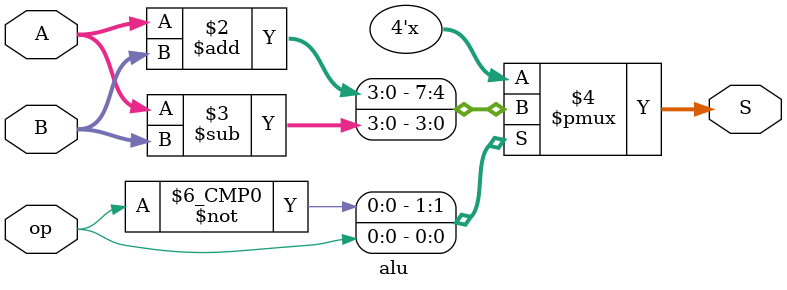
<source format=sv>
module alu(
    input [3:0] A, B,
    input op,
    output logic [3:0] S);
    always_comb begin
        case(op)
            1'b0: S = A + B;  // S = 5 + B
            1'b1: S = A - B;  // S = D - 7
            default: S = 4'b0000;
        endcase
    end
endmodule



</source>
